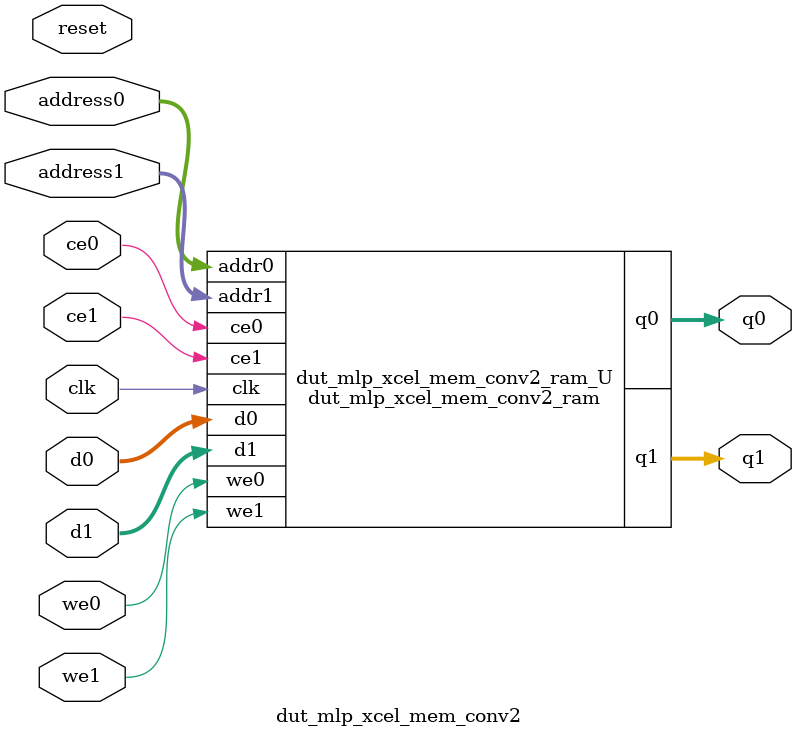
<source format=v>

`timescale 1 ns / 1 ps
module dut_mlp_xcel_mem_conv2_ram (addr0, ce0, d0, we0, q0, addr1, ce1, d1, we1, q1,  clk);

parameter DWIDTH = 32;
parameter AWIDTH = 13;
parameter MEM_SIZE = 4704;

input[AWIDTH-1:0] addr0;
input ce0;
input[DWIDTH-1:0] d0;
input we0;
output reg[DWIDTH-1:0] q0;
input[AWIDTH-1:0] addr1;
input ce1;
input[DWIDTH-1:0] d1;
input we1;
output reg[DWIDTH-1:0] q1;
input clk;

(* ram_style = "block" *)reg [DWIDTH-1:0] ram[MEM_SIZE-1:0];




always @(posedge clk)  
begin 
    if (ce0) 
    begin
        if (we0) 
        begin 
            ram[addr0] <= d0; 
            q0 <= d0;
        end 
        else 
            q0 <= ram[addr0];
    end
end


always @(posedge clk)  
begin 
    if (ce1) 
    begin
        if (we1) 
        begin 
            ram[addr1] <= d1; 
            q1 <= d1;
        end 
        else 
            q1 <= ram[addr1];
    end
end


endmodule


`timescale 1 ns / 1 ps
module dut_mlp_xcel_mem_conv2(
    reset,
    clk,
    address0,
    ce0,
    we0,
    d0,
    q0,
    address1,
    ce1,
    we1,
    d1,
    q1);

parameter DataWidth = 32'd32;
parameter AddressRange = 32'd4704;
parameter AddressWidth = 32'd13;
input reset;
input clk;
input[AddressWidth - 1:0] address0;
input ce0;
input we0;
input[DataWidth - 1:0] d0;
output[DataWidth - 1:0] q0;
input[AddressWidth - 1:0] address1;
input ce1;
input we1;
input[DataWidth - 1:0] d1;
output[DataWidth - 1:0] q1;



dut_mlp_xcel_mem_conv2_ram dut_mlp_xcel_mem_conv2_ram_U(
    .clk( clk ),
    .addr0( address0 ),
    .ce0( ce0 ),
    .d0( d0 ),
    .we0( we0 ),
    .q0( q0 ),
    .addr1( address1 ),
    .ce1( ce1 ),
    .d1( d1 ),
    .we1( we1 ),
    .q1( q1 ));

endmodule


</source>
